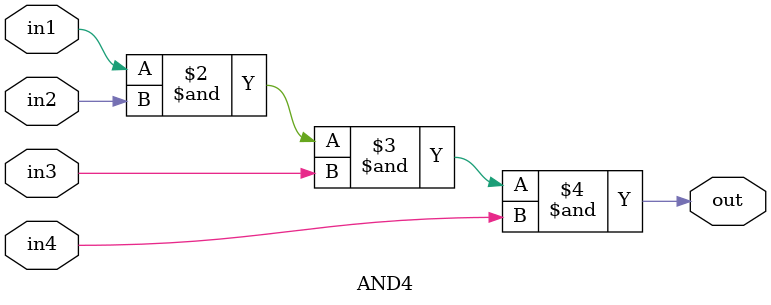
<source format=v>
`timescale 1ns / 1ps


module AND4(in1, in2, in3, in4, out);
    input in1, in2, in3, in4;
    output out;
    reg out;
    
    always @(in1, in2, in3, in4) begin
        out = in1 & in2 & in3 & in4;
    end    

endmodule

</source>
